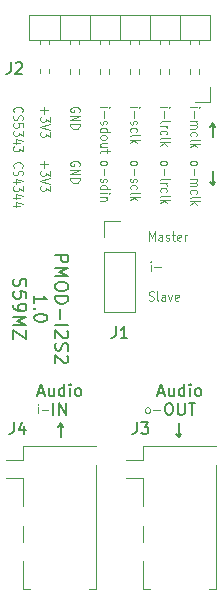
<source format=gto>
G04 #@! TF.GenerationSoftware,KiCad,Pcbnew,7.0.9-7.0.9~ubuntu20.04.1*
G04 #@! TF.CreationDate,2023-11-16T21:07:46+01:00*
G04 #@! TF.ProjectId,kicad-pmod_i2s2,6b696361-642d-4706-9d6f-645f69327332,1.0*
G04 #@! TF.SameCoordinates,Original*
G04 #@! TF.FileFunction,Legend,Top*
G04 #@! TF.FilePolarity,Positive*
%FSLAX46Y46*%
G04 Gerber Fmt 4.6, Leading zero omitted, Abs format (unit mm)*
G04 Created by KiCad (PCBNEW 7.0.9-7.0.9~ubuntu20.04.1) date 2023-11-16 21:07:46*
%MOMM*%
%LPD*%
G01*
G04 APERTURE LIST*
%ADD10C,0.100000*%
%ADD11C,0.170000*%
%ADD12C,0.150000*%
%ADD13C,0.120000*%
%ADD14C,1.500000*%
%ADD15R,2.500000X1.200000*%
%ADD16R,1.700000X1.700000*%
%ADD17O,1.700000X1.700000*%
G04 APERTURE END LIST*
D10*
X111725295Y-50035455D02*
X111687200Y-50002122D01*
X111687200Y-50002122D02*
X111649104Y-49902122D01*
X111649104Y-49902122D02*
X111649104Y-49835455D01*
X111649104Y-49835455D02*
X111687200Y-49735455D01*
X111687200Y-49735455D02*
X111763390Y-49668789D01*
X111763390Y-49668789D02*
X111839580Y-49635455D01*
X111839580Y-49635455D02*
X111991961Y-49602122D01*
X111991961Y-49602122D02*
X112106247Y-49602122D01*
X112106247Y-49602122D02*
X112258628Y-49635455D01*
X112258628Y-49635455D02*
X112334819Y-49668789D01*
X112334819Y-49668789D02*
X112411009Y-49735455D01*
X112411009Y-49735455D02*
X112449104Y-49835455D01*
X112449104Y-49835455D02*
X112449104Y-49902122D01*
X112449104Y-49902122D02*
X112411009Y-50002122D01*
X112411009Y-50002122D02*
X112372914Y-50035455D01*
X111687200Y-50302122D02*
X111649104Y-50402122D01*
X111649104Y-50402122D02*
X111649104Y-50568789D01*
X111649104Y-50568789D02*
X111687200Y-50635455D01*
X111687200Y-50635455D02*
X111725295Y-50668789D01*
X111725295Y-50668789D02*
X111801485Y-50702122D01*
X111801485Y-50702122D02*
X111877676Y-50702122D01*
X111877676Y-50702122D02*
X111953866Y-50668789D01*
X111953866Y-50668789D02*
X111991961Y-50635455D01*
X111991961Y-50635455D02*
X112030057Y-50568789D01*
X112030057Y-50568789D02*
X112068152Y-50435455D01*
X112068152Y-50435455D02*
X112106247Y-50368789D01*
X112106247Y-50368789D02*
X112144342Y-50335455D01*
X112144342Y-50335455D02*
X112220533Y-50302122D01*
X112220533Y-50302122D02*
X112296723Y-50302122D01*
X112296723Y-50302122D02*
X112372914Y-50335455D01*
X112372914Y-50335455D02*
X112411009Y-50368789D01*
X112411009Y-50368789D02*
X112449104Y-50435455D01*
X112449104Y-50435455D02*
X112449104Y-50602122D01*
X112449104Y-50602122D02*
X112411009Y-50702122D01*
X112182438Y-51302122D02*
X111649104Y-51302122D01*
X112487200Y-51135456D02*
X111915771Y-50968789D01*
X111915771Y-50968789D02*
X111915771Y-51402122D01*
X112449104Y-51602123D02*
X112449104Y-52035456D01*
X112449104Y-52035456D02*
X112144342Y-51802123D01*
X112144342Y-51802123D02*
X112144342Y-51902123D01*
X112144342Y-51902123D02*
X112106247Y-51968789D01*
X112106247Y-51968789D02*
X112068152Y-52002123D01*
X112068152Y-52002123D02*
X111991961Y-52035456D01*
X111991961Y-52035456D02*
X111801485Y-52035456D01*
X111801485Y-52035456D02*
X111725295Y-52002123D01*
X111725295Y-52002123D02*
X111687200Y-51968789D01*
X111687200Y-51968789D02*
X111649104Y-51902123D01*
X111649104Y-51902123D02*
X111649104Y-51702123D01*
X111649104Y-51702123D02*
X111687200Y-51635456D01*
X111687200Y-51635456D02*
X111725295Y-51602123D01*
X112182438Y-52635456D02*
X111649104Y-52635456D01*
X112487200Y-52468790D02*
X111915771Y-52302123D01*
X111915771Y-52302123D02*
X111915771Y-52735456D01*
X112182438Y-53302123D02*
X111649104Y-53302123D01*
X112487200Y-53135457D02*
X111915771Y-52968790D01*
X111915771Y-52968790D02*
X111915771Y-53402123D01*
X111725295Y-45336455D02*
X111687200Y-45303122D01*
X111687200Y-45303122D02*
X111649104Y-45203122D01*
X111649104Y-45203122D02*
X111649104Y-45136455D01*
X111649104Y-45136455D02*
X111687200Y-45036455D01*
X111687200Y-45036455D02*
X111763390Y-44969789D01*
X111763390Y-44969789D02*
X111839580Y-44936455D01*
X111839580Y-44936455D02*
X111991961Y-44903122D01*
X111991961Y-44903122D02*
X112106247Y-44903122D01*
X112106247Y-44903122D02*
X112258628Y-44936455D01*
X112258628Y-44936455D02*
X112334819Y-44969789D01*
X112334819Y-44969789D02*
X112411009Y-45036455D01*
X112411009Y-45036455D02*
X112449104Y-45136455D01*
X112449104Y-45136455D02*
X112449104Y-45203122D01*
X112449104Y-45203122D02*
X112411009Y-45303122D01*
X112411009Y-45303122D02*
X112372914Y-45336455D01*
X111687200Y-45603122D02*
X111649104Y-45703122D01*
X111649104Y-45703122D02*
X111649104Y-45869789D01*
X111649104Y-45869789D02*
X111687200Y-45936455D01*
X111687200Y-45936455D02*
X111725295Y-45969789D01*
X111725295Y-45969789D02*
X111801485Y-46003122D01*
X111801485Y-46003122D02*
X111877676Y-46003122D01*
X111877676Y-46003122D02*
X111953866Y-45969789D01*
X111953866Y-45969789D02*
X111991961Y-45936455D01*
X111991961Y-45936455D02*
X112030057Y-45869789D01*
X112030057Y-45869789D02*
X112068152Y-45736455D01*
X112068152Y-45736455D02*
X112106247Y-45669789D01*
X112106247Y-45669789D02*
X112144342Y-45636455D01*
X112144342Y-45636455D02*
X112220533Y-45603122D01*
X112220533Y-45603122D02*
X112296723Y-45603122D01*
X112296723Y-45603122D02*
X112372914Y-45636455D01*
X112372914Y-45636455D02*
X112411009Y-45669789D01*
X112411009Y-45669789D02*
X112449104Y-45736455D01*
X112449104Y-45736455D02*
X112449104Y-45903122D01*
X112449104Y-45903122D02*
X112411009Y-46003122D01*
X112449104Y-46636456D02*
X112449104Y-46303122D01*
X112449104Y-46303122D02*
X112068152Y-46269789D01*
X112068152Y-46269789D02*
X112106247Y-46303122D01*
X112106247Y-46303122D02*
X112144342Y-46369789D01*
X112144342Y-46369789D02*
X112144342Y-46536456D01*
X112144342Y-46536456D02*
X112106247Y-46603122D01*
X112106247Y-46603122D02*
X112068152Y-46636456D01*
X112068152Y-46636456D02*
X111991961Y-46669789D01*
X111991961Y-46669789D02*
X111801485Y-46669789D01*
X111801485Y-46669789D02*
X111725295Y-46636456D01*
X111725295Y-46636456D02*
X111687200Y-46603122D01*
X111687200Y-46603122D02*
X111649104Y-46536456D01*
X111649104Y-46536456D02*
X111649104Y-46369789D01*
X111649104Y-46369789D02*
X111687200Y-46303122D01*
X111687200Y-46303122D02*
X111725295Y-46269789D01*
X112449104Y-46903123D02*
X112449104Y-47336456D01*
X112449104Y-47336456D02*
X112144342Y-47103123D01*
X112144342Y-47103123D02*
X112144342Y-47203123D01*
X112144342Y-47203123D02*
X112106247Y-47269789D01*
X112106247Y-47269789D02*
X112068152Y-47303123D01*
X112068152Y-47303123D02*
X111991961Y-47336456D01*
X111991961Y-47336456D02*
X111801485Y-47336456D01*
X111801485Y-47336456D02*
X111725295Y-47303123D01*
X111725295Y-47303123D02*
X111687200Y-47269789D01*
X111687200Y-47269789D02*
X111649104Y-47203123D01*
X111649104Y-47203123D02*
X111649104Y-47003123D01*
X111649104Y-47003123D02*
X111687200Y-46936456D01*
X111687200Y-46936456D02*
X111725295Y-46903123D01*
X112182438Y-47936456D02*
X111649104Y-47936456D01*
X112487200Y-47769790D02*
X111915771Y-47603123D01*
X111915771Y-47603123D02*
X111915771Y-48036456D01*
X112449104Y-48236457D02*
X112449104Y-48669790D01*
X112449104Y-48669790D02*
X112144342Y-48436457D01*
X112144342Y-48436457D02*
X112144342Y-48536457D01*
X112144342Y-48536457D02*
X112106247Y-48603123D01*
X112106247Y-48603123D02*
X112068152Y-48636457D01*
X112068152Y-48636457D02*
X111991961Y-48669790D01*
X111991961Y-48669790D02*
X111801485Y-48669790D01*
X111801485Y-48669790D02*
X111725295Y-48636457D01*
X111725295Y-48636457D02*
X111687200Y-48603123D01*
X111687200Y-48603123D02*
X111649104Y-48536457D01*
X111649104Y-48536457D02*
X111649104Y-48336457D01*
X111649104Y-48336457D02*
X111687200Y-48269790D01*
X111687200Y-48269790D02*
X111725295Y-48236457D01*
X123264666Y-58784895D02*
X123264666Y-58251561D01*
X123264666Y-57984895D02*
X123231333Y-58022990D01*
X123231333Y-58022990D02*
X123264666Y-58061085D01*
X123264666Y-58061085D02*
X123298000Y-58022990D01*
X123298000Y-58022990D02*
X123264666Y-57984895D01*
X123264666Y-57984895D02*
X123264666Y-58061085D01*
X123597999Y-58480133D02*
X124131333Y-58480133D01*
D11*
X115191459Y-57418856D02*
X116291459Y-57418856D01*
X116291459Y-57418856D02*
X116291459Y-57837904D01*
X116291459Y-57837904D02*
X116239078Y-57942666D01*
X116239078Y-57942666D02*
X116186697Y-57995047D01*
X116186697Y-57995047D02*
X116081935Y-58047428D01*
X116081935Y-58047428D02*
X115924792Y-58047428D01*
X115924792Y-58047428D02*
X115820030Y-57995047D01*
X115820030Y-57995047D02*
X115767649Y-57942666D01*
X115767649Y-57942666D02*
X115715268Y-57837904D01*
X115715268Y-57837904D02*
X115715268Y-57418856D01*
X115191459Y-58518856D02*
X116291459Y-58518856D01*
X116291459Y-58518856D02*
X115505744Y-58885523D01*
X115505744Y-58885523D02*
X116291459Y-59252190D01*
X116291459Y-59252190D02*
X115191459Y-59252190D01*
X116291459Y-59985523D02*
X116291459Y-60195047D01*
X116291459Y-60195047D02*
X116239078Y-60299809D01*
X116239078Y-60299809D02*
X116134316Y-60404571D01*
X116134316Y-60404571D02*
X115924792Y-60456952D01*
X115924792Y-60456952D02*
X115558125Y-60456952D01*
X115558125Y-60456952D02*
X115348601Y-60404571D01*
X115348601Y-60404571D02*
X115243840Y-60299809D01*
X115243840Y-60299809D02*
X115191459Y-60195047D01*
X115191459Y-60195047D02*
X115191459Y-59985523D01*
X115191459Y-59985523D02*
X115243840Y-59880761D01*
X115243840Y-59880761D02*
X115348601Y-59775999D01*
X115348601Y-59775999D02*
X115558125Y-59723618D01*
X115558125Y-59723618D02*
X115924792Y-59723618D01*
X115924792Y-59723618D02*
X116134316Y-59775999D01*
X116134316Y-59775999D02*
X116239078Y-59880761D01*
X116239078Y-59880761D02*
X116291459Y-59985523D01*
X115191459Y-60928380D02*
X116291459Y-60928380D01*
X116291459Y-60928380D02*
X116291459Y-61190285D01*
X116291459Y-61190285D02*
X116239078Y-61347428D01*
X116239078Y-61347428D02*
X116134316Y-61452190D01*
X116134316Y-61452190D02*
X116029554Y-61504571D01*
X116029554Y-61504571D02*
X115820030Y-61556952D01*
X115820030Y-61556952D02*
X115662887Y-61556952D01*
X115662887Y-61556952D02*
X115453363Y-61504571D01*
X115453363Y-61504571D02*
X115348601Y-61452190D01*
X115348601Y-61452190D02*
X115243840Y-61347428D01*
X115243840Y-61347428D02*
X115191459Y-61190285D01*
X115191459Y-61190285D02*
X115191459Y-60928380D01*
X115610506Y-62028380D02*
X115610506Y-62866476D01*
X115191459Y-63390285D02*
X116291459Y-63390285D01*
X116186697Y-63861714D02*
X116239078Y-63914095D01*
X116239078Y-63914095D02*
X116291459Y-64018857D01*
X116291459Y-64018857D02*
X116291459Y-64280762D01*
X116291459Y-64280762D02*
X116239078Y-64385524D01*
X116239078Y-64385524D02*
X116186697Y-64437905D01*
X116186697Y-64437905D02*
X116081935Y-64490286D01*
X116081935Y-64490286D02*
X115977173Y-64490286D01*
X115977173Y-64490286D02*
X115820030Y-64437905D01*
X115820030Y-64437905D02*
X115191459Y-63809333D01*
X115191459Y-63809333D02*
X115191459Y-64490286D01*
X115243840Y-64909333D02*
X115191459Y-65066476D01*
X115191459Y-65066476D02*
X115191459Y-65328381D01*
X115191459Y-65328381D02*
X115243840Y-65433143D01*
X115243840Y-65433143D02*
X115296220Y-65485524D01*
X115296220Y-65485524D02*
X115400982Y-65537905D01*
X115400982Y-65537905D02*
X115505744Y-65537905D01*
X115505744Y-65537905D02*
X115610506Y-65485524D01*
X115610506Y-65485524D02*
X115662887Y-65433143D01*
X115662887Y-65433143D02*
X115715268Y-65328381D01*
X115715268Y-65328381D02*
X115767649Y-65118857D01*
X115767649Y-65118857D02*
X115820030Y-65014095D01*
X115820030Y-65014095D02*
X115872411Y-64961714D01*
X115872411Y-64961714D02*
X115977173Y-64909333D01*
X115977173Y-64909333D02*
X116081935Y-64909333D01*
X116081935Y-64909333D02*
X116186697Y-64961714D01*
X116186697Y-64961714D02*
X116239078Y-65014095D01*
X116239078Y-65014095D02*
X116291459Y-65118857D01*
X116291459Y-65118857D02*
X116291459Y-65380762D01*
X116291459Y-65380762D02*
X116239078Y-65537905D01*
X116186697Y-65956952D02*
X116239078Y-66009333D01*
X116239078Y-66009333D02*
X116291459Y-66114095D01*
X116291459Y-66114095D02*
X116291459Y-66376000D01*
X116291459Y-66376000D02*
X116239078Y-66480762D01*
X116239078Y-66480762D02*
X116186697Y-66533143D01*
X116186697Y-66533143D02*
X116081935Y-66585524D01*
X116081935Y-66585524D02*
X115977173Y-66585524D01*
X115977173Y-66585524D02*
X115820030Y-66533143D01*
X115820030Y-66533143D02*
X115191459Y-65904571D01*
X115191459Y-65904571D02*
X115191459Y-66585524D01*
X113420459Y-61504571D02*
X113420459Y-60875999D01*
X113420459Y-61190285D02*
X114520459Y-61190285D01*
X114520459Y-61190285D02*
X114363316Y-61085523D01*
X114363316Y-61085523D02*
X114258554Y-60980761D01*
X114258554Y-60980761D02*
X114206173Y-60875999D01*
X113525220Y-61975999D02*
X113472840Y-62028380D01*
X113472840Y-62028380D02*
X113420459Y-61975999D01*
X113420459Y-61975999D02*
X113472840Y-61923618D01*
X113472840Y-61923618D02*
X113525220Y-61975999D01*
X113525220Y-61975999D02*
X113420459Y-61975999D01*
X114520459Y-62709333D02*
X114520459Y-62814095D01*
X114520459Y-62814095D02*
X114468078Y-62918857D01*
X114468078Y-62918857D02*
X114415697Y-62971238D01*
X114415697Y-62971238D02*
X114310935Y-63023619D01*
X114310935Y-63023619D02*
X114101411Y-63076000D01*
X114101411Y-63076000D02*
X113839506Y-63076000D01*
X113839506Y-63076000D02*
X113629982Y-63023619D01*
X113629982Y-63023619D02*
X113525220Y-62971238D01*
X113525220Y-62971238D02*
X113472840Y-62918857D01*
X113472840Y-62918857D02*
X113420459Y-62814095D01*
X113420459Y-62814095D02*
X113420459Y-62709333D01*
X113420459Y-62709333D02*
X113472840Y-62604571D01*
X113472840Y-62604571D02*
X113525220Y-62552190D01*
X113525220Y-62552190D02*
X113629982Y-62499809D01*
X113629982Y-62499809D02*
X113839506Y-62447428D01*
X113839506Y-62447428D02*
X114101411Y-62447428D01*
X114101411Y-62447428D02*
X114310935Y-62499809D01*
X114310935Y-62499809D02*
X114415697Y-62552190D01*
X114415697Y-62552190D02*
X114468078Y-62604571D01*
X114468078Y-62604571D02*
X114520459Y-62709333D01*
X111701840Y-59461714D02*
X111649459Y-59618857D01*
X111649459Y-59618857D02*
X111649459Y-59880762D01*
X111649459Y-59880762D02*
X111701840Y-59985524D01*
X111701840Y-59985524D02*
X111754220Y-60037905D01*
X111754220Y-60037905D02*
X111858982Y-60090286D01*
X111858982Y-60090286D02*
X111963744Y-60090286D01*
X111963744Y-60090286D02*
X112068506Y-60037905D01*
X112068506Y-60037905D02*
X112120887Y-59985524D01*
X112120887Y-59985524D02*
X112173268Y-59880762D01*
X112173268Y-59880762D02*
X112225649Y-59671238D01*
X112225649Y-59671238D02*
X112278030Y-59566476D01*
X112278030Y-59566476D02*
X112330411Y-59514095D01*
X112330411Y-59514095D02*
X112435173Y-59461714D01*
X112435173Y-59461714D02*
X112539935Y-59461714D01*
X112539935Y-59461714D02*
X112644697Y-59514095D01*
X112644697Y-59514095D02*
X112697078Y-59566476D01*
X112697078Y-59566476D02*
X112749459Y-59671238D01*
X112749459Y-59671238D02*
X112749459Y-59933143D01*
X112749459Y-59933143D02*
X112697078Y-60090286D01*
X112749459Y-61085524D02*
X112749459Y-60561714D01*
X112749459Y-60561714D02*
X112225649Y-60509333D01*
X112225649Y-60509333D02*
X112278030Y-60561714D01*
X112278030Y-60561714D02*
X112330411Y-60666476D01*
X112330411Y-60666476D02*
X112330411Y-60928381D01*
X112330411Y-60928381D02*
X112278030Y-61033143D01*
X112278030Y-61033143D02*
X112225649Y-61085524D01*
X112225649Y-61085524D02*
X112120887Y-61137905D01*
X112120887Y-61137905D02*
X111858982Y-61137905D01*
X111858982Y-61137905D02*
X111754220Y-61085524D01*
X111754220Y-61085524D02*
X111701840Y-61033143D01*
X111701840Y-61033143D02*
X111649459Y-60928381D01*
X111649459Y-60928381D02*
X111649459Y-60666476D01*
X111649459Y-60666476D02*
X111701840Y-60561714D01*
X111701840Y-60561714D02*
X111754220Y-60509333D01*
X111649459Y-61661714D02*
X111649459Y-61871238D01*
X111649459Y-61871238D02*
X111701840Y-61976000D01*
X111701840Y-61976000D02*
X111754220Y-62028381D01*
X111754220Y-62028381D02*
X111911363Y-62133143D01*
X111911363Y-62133143D02*
X112120887Y-62185524D01*
X112120887Y-62185524D02*
X112539935Y-62185524D01*
X112539935Y-62185524D02*
X112644697Y-62133143D01*
X112644697Y-62133143D02*
X112697078Y-62080762D01*
X112697078Y-62080762D02*
X112749459Y-61976000D01*
X112749459Y-61976000D02*
X112749459Y-61766476D01*
X112749459Y-61766476D02*
X112697078Y-61661714D01*
X112697078Y-61661714D02*
X112644697Y-61609333D01*
X112644697Y-61609333D02*
X112539935Y-61556952D01*
X112539935Y-61556952D02*
X112278030Y-61556952D01*
X112278030Y-61556952D02*
X112173268Y-61609333D01*
X112173268Y-61609333D02*
X112120887Y-61661714D01*
X112120887Y-61661714D02*
X112068506Y-61766476D01*
X112068506Y-61766476D02*
X112068506Y-61976000D01*
X112068506Y-61976000D02*
X112120887Y-62080762D01*
X112120887Y-62080762D02*
X112173268Y-62133143D01*
X112173268Y-62133143D02*
X112278030Y-62185524D01*
X111649459Y-62656952D02*
X112749459Y-62656952D01*
X112749459Y-62656952D02*
X111963744Y-63023619D01*
X111963744Y-63023619D02*
X112749459Y-63390286D01*
X112749459Y-63390286D02*
X111649459Y-63390286D01*
X112749459Y-63809333D02*
X112749459Y-64542667D01*
X112749459Y-64542667D02*
X111649459Y-63809333D01*
X111649459Y-63809333D02*
X111649459Y-64542667D01*
D10*
X122960666Y-70849895D02*
X122894000Y-70811800D01*
X122894000Y-70811800D02*
X122860666Y-70773704D01*
X122860666Y-70773704D02*
X122827333Y-70697514D01*
X122827333Y-70697514D02*
X122827333Y-70468942D01*
X122827333Y-70468942D02*
X122860666Y-70392752D01*
X122860666Y-70392752D02*
X122894000Y-70354657D01*
X122894000Y-70354657D02*
X122960666Y-70316561D01*
X122960666Y-70316561D02*
X123060666Y-70316561D01*
X123060666Y-70316561D02*
X123127333Y-70354657D01*
X123127333Y-70354657D02*
X123160666Y-70392752D01*
X123160666Y-70392752D02*
X123194000Y-70468942D01*
X123194000Y-70468942D02*
X123194000Y-70697514D01*
X123194000Y-70697514D02*
X123160666Y-70773704D01*
X123160666Y-70773704D02*
X123127333Y-70811800D01*
X123127333Y-70811800D02*
X123060666Y-70849895D01*
X123060666Y-70849895D02*
X122960666Y-70849895D01*
X123493999Y-70545133D02*
X124027333Y-70545133D01*
X113739666Y-70849895D02*
X113739666Y-70316561D01*
X113739666Y-70049895D02*
X113706333Y-70087990D01*
X113706333Y-70087990D02*
X113739666Y-70126085D01*
X113739666Y-70126085D02*
X113773000Y-70087990D01*
X113773000Y-70087990D02*
X113739666Y-70049895D01*
X113739666Y-70049895D02*
X113739666Y-70126085D01*
X114072999Y-70545133D02*
X114606333Y-70545133D01*
D12*
X128524000Y-47422128D02*
X128524000Y-46279271D01*
X128295428Y-46564985D02*
X128524000Y-46279271D01*
X128524000Y-46279271D02*
X128752571Y-46564985D01*
X128523999Y-50367871D02*
X128523999Y-51510728D01*
X128752571Y-51225014D02*
X128523999Y-51510728D01*
X128523999Y-51510728D02*
X128295428Y-51225014D01*
X125650458Y-71703871D02*
X125650458Y-72846728D01*
X125879030Y-72561014D02*
X125650458Y-72846728D01*
X125650458Y-72846728D02*
X125421887Y-72561014D01*
X115649541Y-72822128D02*
X115649541Y-71679271D01*
X115420969Y-71964985D02*
X115649541Y-71679271D01*
X115649541Y-71679271D02*
X115878112Y-71964985D01*
D10*
X123135122Y-61286800D02*
X123235122Y-61324895D01*
X123235122Y-61324895D02*
X123401789Y-61324895D01*
X123401789Y-61324895D02*
X123468455Y-61286800D01*
X123468455Y-61286800D02*
X123501789Y-61248704D01*
X123501789Y-61248704D02*
X123535122Y-61172514D01*
X123535122Y-61172514D02*
X123535122Y-61096323D01*
X123535122Y-61096323D02*
X123501789Y-61020133D01*
X123501789Y-61020133D02*
X123468455Y-60982038D01*
X123468455Y-60982038D02*
X123401789Y-60943942D01*
X123401789Y-60943942D02*
X123268455Y-60905847D01*
X123268455Y-60905847D02*
X123201789Y-60867752D01*
X123201789Y-60867752D02*
X123168455Y-60829657D01*
X123168455Y-60829657D02*
X123135122Y-60753466D01*
X123135122Y-60753466D02*
X123135122Y-60677276D01*
X123135122Y-60677276D02*
X123168455Y-60601085D01*
X123168455Y-60601085D02*
X123201789Y-60562990D01*
X123201789Y-60562990D02*
X123268455Y-60524895D01*
X123268455Y-60524895D02*
X123435122Y-60524895D01*
X123435122Y-60524895D02*
X123535122Y-60562990D01*
X123935122Y-61324895D02*
X123868456Y-61286800D01*
X123868456Y-61286800D02*
X123835122Y-61210609D01*
X123835122Y-61210609D02*
X123835122Y-60524895D01*
X124501789Y-61324895D02*
X124501789Y-60905847D01*
X124501789Y-60905847D02*
X124468456Y-60829657D01*
X124468456Y-60829657D02*
X124401789Y-60791561D01*
X124401789Y-60791561D02*
X124268456Y-60791561D01*
X124268456Y-60791561D02*
X124201789Y-60829657D01*
X124501789Y-61286800D02*
X124435123Y-61324895D01*
X124435123Y-61324895D02*
X124268456Y-61324895D01*
X124268456Y-61324895D02*
X124201789Y-61286800D01*
X124201789Y-61286800D02*
X124168456Y-61210609D01*
X124168456Y-61210609D02*
X124168456Y-61134419D01*
X124168456Y-61134419D02*
X124201789Y-61058228D01*
X124201789Y-61058228D02*
X124268456Y-61020133D01*
X124268456Y-61020133D02*
X124435123Y-61020133D01*
X124435123Y-61020133D02*
X124501789Y-60982038D01*
X124768456Y-60791561D02*
X124935122Y-61324895D01*
X124935122Y-61324895D02*
X125101789Y-60791561D01*
X125635122Y-61286800D02*
X125568455Y-61324895D01*
X125568455Y-61324895D02*
X125435122Y-61324895D01*
X125435122Y-61324895D02*
X125368455Y-61286800D01*
X125368455Y-61286800D02*
X125335122Y-61210609D01*
X125335122Y-61210609D02*
X125335122Y-60905847D01*
X125335122Y-60905847D02*
X125368455Y-60829657D01*
X125368455Y-60829657D02*
X125435122Y-60791561D01*
X125435122Y-60791561D02*
X125568455Y-60791561D01*
X125568455Y-60791561D02*
X125635122Y-60829657D01*
X125635122Y-60829657D02*
X125668455Y-60905847D01*
X125668455Y-60905847D02*
X125668455Y-60982038D01*
X125668455Y-60982038D02*
X125335122Y-61058228D01*
X123168455Y-56244895D02*
X123168455Y-55444895D01*
X123168455Y-55444895D02*
X123401789Y-56016323D01*
X123401789Y-56016323D02*
X123635122Y-55444895D01*
X123635122Y-55444895D02*
X123635122Y-56244895D01*
X124268455Y-56244895D02*
X124268455Y-55825847D01*
X124268455Y-55825847D02*
X124235122Y-55749657D01*
X124235122Y-55749657D02*
X124168455Y-55711561D01*
X124168455Y-55711561D02*
X124035122Y-55711561D01*
X124035122Y-55711561D02*
X123968455Y-55749657D01*
X124268455Y-56206800D02*
X124201789Y-56244895D01*
X124201789Y-56244895D02*
X124035122Y-56244895D01*
X124035122Y-56244895D02*
X123968455Y-56206800D01*
X123968455Y-56206800D02*
X123935122Y-56130609D01*
X123935122Y-56130609D02*
X123935122Y-56054419D01*
X123935122Y-56054419D02*
X123968455Y-55978228D01*
X123968455Y-55978228D02*
X124035122Y-55940133D01*
X124035122Y-55940133D02*
X124201789Y-55940133D01*
X124201789Y-55940133D02*
X124268455Y-55902038D01*
X124568455Y-56206800D02*
X124635122Y-56244895D01*
X124635122Y-56244895D02*
X124768455Y-56244895D01*
X124768455Y-56244895D02*
X124835122Y-56206800D01*
X124835122Y-56206800D02*
X124868455Y-56130609D01*
X124868455Y-56130609D02*
X124868455Y-56092514D01*
X124868455Y-56092514D02*
X124835122Y-56016323D01*
X124835122Y-56016323D02*
X124768455Y-55978228D01*
X124768455Y-55978228D02*
X124668455Y-55978228D01*
X124668455Y-55978228D02*
X124601788Y-55940133D01*
X124601788Y-55940133D02*
X124568455Y-55863942D01*
X124568455Y-55863942D02*
X124568455Y-55825847D01*
X124568455Y-55825847D02*
X124601788Y-55749657D01*
X124601788Y-55749657D02*
X124668455Y-55711561D01*
X124668455Y-55711561D02*
X124768455Y-55711561D01*
X124768455Y-55711561D02*
X124835122Y-55749657D01*
X125068455Y-55711561D02*
X125335122Y-55711561D01*
X125168455Y-55444895D02*
X125168455Y-56130609D01*
X125168455Y-56130609D02*
X125201789Y-56206800D01*
X125201789Y-56206800D02*
X125268455Y-56244895D01*
X125268455Y-56244895D02*
X125335122Y-56244895D01*
X125835122Y-56206800D02*
X125768455Y-56244895D01*
X125768455Y-56244895D02*
X125635122Y-56244895D01*
X125635122Y-56244895D02*
X125568455Y-56206800D01*
X125568455Y-56206800D02*
X125535122Y-56130609D01*
X125535122Y-56130609D02*
X125535122Y-55825847D01*
X125535122Y-55825847D02*
X125568455Y-55749657D01*
X125568455Y-55749657D02*
X125635122Y-55711561D01*
X125635122Y-55711561D02*
X125768455Y-55711561D01*
X125768455Y-55711561D02*
X125835122Y-55749657D01*
X125835122Y-55749657D02*
X125868455Y-55825847D01*
X125868455Y-55825847D02*
X125868455Y-55902038D01*
X125868455Y-55902038D02*
X125535122Y-55978228D01*
X126168455Y-56244895D02*
X126168455Y-55711561D01*
X126168455Y-55863942D02*
X126201789Y-55787752D01*
X126201789Y-55787752D02*
X126235122Y-55749657D01*
X126235122Y-55749657D02*
X126301789Y-55711561D01*
X126301789Y-55711561D02*
X126368455Y-55711561D01*
X114239866Y-49508455D02*
X114239866Y-50041789D01*
X113935104Y-49775122D02*
X114544628Y-49775122D01*
X114735104Y-50308456D02*
X114735104Y-50741789D01*
X114735104Y-50741789D02*
X114430342Y-50508456D01*
X114430342Y-50508456D02*
X114430342Y-50608456D01*
X114430342Y-50608456D02*
X114392247Y-50675122D01*
X114392247Y-50675122D02*
X114354152Y-50708456D01*
X114354152Y-50708456D02*
X114277961Y-50741789D01*
X114277961Y-50741789D02*
X114087485Y-50741789D01*
X114087485Y-50741789D02*
X114011295Y-50708456D01*
X114011295Y-50708456D02*
X113973200Y-50675122D01*
X113973200Y-50675122D02*
X113935104Y-50608456D01*
X113935104Y-50608456D02*
X113935104Y-50408456D01*
X113935104Y-50408456D02*
X113973200Y-50341789D01*
X113973200Y-50341789D02*
X114011295Y-50308456D01*
X114735104Y-50941789D02*
X113935104Y-51175123D01*
X113935104Y-51175123D02*
X114735104Y-51408456D01*
X114735104Y-51575123D02*
X114735104Y-52008456D01*
X114735104Y-52008456D02*
X114430342Y-51775123D01*
X114430342Y-51775123D02*
X114430342Y-51875123D01*
X114430342Y-51875123D02*
X114392247Y-51941789D01*
X114392247Y-51941789D02*
X114354152Y-51975123D01*
X114354152Y-51975123D02*
X114277961Y-52008456D01*
X114277961Y-52008456D02*
X114087485Y-52008456D01*
X114087485Y-52008456D02*
X114011295Y-51975123D01*
X114011295Y-51975123D02*
X113973200Y-51941789D01*
X113973200Y-51941789D02*
X113935104Y-51875123D01*
X113935104Y-51875123D02*
X113935104Y-51675123D01*
X113935104Y-51675123D02*
X113973200Y-51608456D01*
X113973200Y-51608456D02*
X114011295Y-51575123D01*
X117237009Y-49875122D02*
X117275104Y-49808455D01*
X117275104Y-49808455D02*
X117275104Y-49708455D01*
X117275104Y-49708455D02*
X117237009Y-49608455D01*
X117237009Y-49608455D02*
X117160819Y-49541789D01*
X117160819Y-49541789D02*
X117084628Y-49508455D01*
X117084628Y-49508455D02*
X116932247Y-49475122D01*
X116932247Y-49475122D02*
X116817961Y-49475122D01*
X116817961Y-49475122D02*
X116665580Y-49508455D01*
X116665580Y-49508455D02*
X116589390Y-49541789D01*
X116589390Y-49541789D02*
X116513200Y-49608455D01*
X116513200Y-49608455D02*
X116475104Y-49708455D01*
X116475104Y-49708455D02*
X116475104Y-49775122D01*
X116475104Y-49775122D02*
X116513200Y-49875122D01*
X116513200Y-49875122D02*
X116551295Y-49908455D01*
X116551295Y-49908455D02*
X116817961Y-49908455D01*
X116817961Y-49908455D02*
X116817961Y-49775122D01*
X116475104Y-50208455D02*
X117275104Y-50208455D01*
X117275104Y-50208455D02*
X116475104Y-50608455D01*
X116475104Y-50608455D02*
X117275104Y-50608455D01*
X116475104Y-50941788D02*
X117275104Y-50941788D01*
X117275104Y-50941788D02*
X117275104Y-51108455D01*
X117275104Y-51108455D02*
X117237009Y-51208455D01*
X117237009Y-51208455D02*
X117160819Y-51275122D01*
X117160819Y-51275122D02*
X117084628Y-51308455D01*
X117084628Y-51308455D02*
X116932247Y-51341788D01*
X116932247Y-51341788D02*
X116817961Y-51341788D01*
X116817961Y-51341788D02*
X116665580Y-51308455D01*
X116665580Y-51308455D02*
X116589390Y-51275122D01*
X116589390Y-51275122D02*
X116513200Y-51208455D01*
X116513200Y-51208455D02*
X116475104Y-51108455D01*
X116475104Y-51108455D02*
X116475104Y-50941788D01*
X119015104Y-49608455D02*
X119053200Y-49541789D01*
X119053200Y-49541789D02*
X119091295Y-49508455D01*
X119091295Y-49508455D02*
X119167485Y-49475122D01*
X119167485Y-49475122D02*
X119396057Y-49475122D01*
X119396057Y-49475122D02*
X119472247Y-49508455D01*
X119472247Y-49508455D02*
X119510342Y-49541789D01*
X119510342Y-49541789D02*
X119548438Y-49608455D01*
X119548438Y-49608455D02*
X119548438Y-49708455D01*
X119548438Y-49708455D02*
X119510342Y-49775122D01*
X119510342Y-49775122D02*
X119472247Y-49808455D01*
X119472247Y-49808455D02*
X119396057Y-49841789D01*
X119396057Y-49841789D02*
X119167485Y-49841789D01*
X119167485Y-49841789D02*
X119091295Y-49808455D01*
X119091295Y-49808455D02*
X119053200Y-49775122D01*
X119053200Y-49775122D02*
X119015104Y-49708455D01*
X119015104Y-49708455D02*
X119015104Y-49608455D01*
X119319866Y-50141788D02*
X119319866Y-50675122D01*
X119053200Y-50975122D02*
X119015104Y-51041789D01*
X119015104Y-51041789D02*
X119015104Y-51175122D01*
X119015104Y-51175122D02*
X119053200Y-51241789D01*
X119053200Y-51241789D02*
X119129390Y-51275122D01*
X119129390Y-51275122D02*
X119167485Y-51275122D01*
X119167485Y-51275122D02*
X119243676Y-51241789D01*
X119243676Y-51241789D02*
X119281771Y-51175122D01*
X119281771Y-51175122D02*
X119281771Y-51075122D01*
X119281771Y-51075122D02*
X119319866Y-51008455D01*
X119319866Y-51008455D02*
X119396057Y-50975122D01*
X119396057Y-50975122D02*
X119434152Y-50975122D01*
X119434152Y-50975122D02*
X119510342Y-51008455D01*
X119510342Y-51008455D02*
X119548438Y-51075122D01*
X119548438Y-51075122D02*
X119548438Y-51175122D01*
X119548438Y-51175122D02*
X119510342Y-51241789D01*
X119015104Y-51875122D02*
X119815104Y-51875122D01*
X119053200Y-51875122D02*
X119015104Y-51808456D01*
X119015104Y-51808456D02*
X119015104Y-51675122D01*
X119015104Y-51675122D02*
X119053200Y-51608456D01*
X119053200Y-51608456D02*
X119091295Y-51575122D01*
X119091295Y-51575122D02*
X119167485Y-51541789D01*
X119167485Y-51541789D02*
X119396057Y-51541789D01*
X119396057Y-51541789D02*
X119472247Y-51575122D01*
X119472247Y-51575122D02*
X119510342Y-51608456D01*
X119510342Y-51608456D02*
X119548438Y-51675122D01*
X119548438Y-51675122D02*
X119548438Y-51808456D01*
X119548438Y-51808456D02*
X119510342Y-51875122D01*
X119015104Y-52208455D02*
X119548438Y-52208455D01*
X119815104Y-52208455D02*
X119777009Y-52175122D01*
X119777009Y-52175122D02*
X119738914Y-52208455D01*
X119738914Y-52208455D02*
X119777009Y-52241789D01*
X119777009Y-52241789D02*
X119815104Y-52208455D01*
X119815104Y-52208455D02*
X119738914Y-52208455D01*
X119548438Y-52541788D02*
X119015104Y-52541788D01*
X119472247Y-52541788D02*
X119510342Y-52575122D01*
X119510342Y-52575122D02*
X119548438Y-52641788D01*
X119548438Y-52641788D02*
X119548438Y-52741788D01*
X119548438Y-52741788D02*
X119510342Y-52808455D01*
X119510342Y-52808455D02*
X119434152Y-52841788D01*
X119434152Y-52841788D02*
X119015104Y-52841788D01*
X121555104Y-49608455D02*
X121593200Y-49541789D01*
X121593200Y-49541789D02*
X121631295Y-49508455D01*
X121631295Y-49508455D02*
X121707485Y-49475122D01*
X121707485Y-49475122D02*
X121936057Y-49475122D01*
X121936057Y-49475122D02*
X122012247Y-49508455D01*
X122012247Y-49508455D02*
X122050342Y-49541789D01*
X122050342Y-49541789D02*
X122088438Y-49608455D01*
X122088438Y-49608455D02*
X122088438Y-49708455D01*
X122088438Y-49708455D02*
X122050342Y-49775122D01*
X122050342Y-49775122D02*
X122012247Y-49808455D01*
X122012247Y-49808455D02*
X121936057Y-49841789D01*
X121936057Y-49841789D02*
X121707485Y-49841789D01*
X121707485Y-49841789D02*
X121631295Y-49808455D01*
X121631295Y-49808455D02*
X121593200Y-49775122D01*
X121593200Y-49775122D02*
X121555104Y-49708455D01*
X121555104Y-49708455D02*
X121555104Y-49608455D01*
X121859866Y-50141788D02*
X121859866Y-50675122D01*
X121593200Y-50975122D02*
X121555104Y-51041789D01*
X121555104Y-51041789D02*
X121555104Y-51175122D01*
X121555104Y-51175122D02*
X121593200Y-51241789D01*
X121593200Y-51241789D02*
X121669390Y-51275122D01*
X121669390Y-51275122D02*
X121707485Y-51275122D01*
X121707485Y-51275122D02*
X121783676Y-51241789D01*
X121783676Y-51241789D02*
X121821771Y-51175122D01*
X121821771Y-51175122D02*
X121821771Y-51075122D01*
X121821771Y-51075122D02*
X121859866Y-51008455D01*
X121859866Y-51008455D02*
X121936057Y-50975122D01*
X121936057Y-50975122D02*
X121974152Y-50975122D01*
X121974152Y-50975122D02*
X122050342Y-51008455D01*
X122050342Y-51008455D02*
X122088438Y-51075122D01*
X122088438Y-51075122D02*
X122088438Y-51175122D01*
X122088438Y-51175122D02*
X122050342Y-51241789D01*
X121593200Y-51875122D02*
X121555104Y-51808456D01*
X121555104Y-51808456D02*
X121555104Y-51675122D01*
X121555104Y-51675122D02*
X121593200Y-51608456D01*
X121593200Y-51608456D02*
X121631295Y-51575122D01*
X121631295Y-51575122D02*
X121707485Y-51541789D01*
X121707485Y-51541789D02*
X121936057Y-51541789D01*
X121936057Y-51541789D02*
X122012247Y-51575122D01*
X122012247Y-51575122D02*
X122050342Y-51608456D01*
X122050342Y-51608456D02*
X122088438Y-51675122D01*
X122088438Y-51675122D02*
X122088438Y-51808456D01*
X122088438Y-51808456D02*
X122050342Y-51875122D01*
X121555104Y-52275122D02*
X121593200Y-52208456D01*
X121593200Y-52208456D02*
X121669390Y-52175122D01*
X121669390Y-52175122D02*
X122355104Y-52175122D01*
X121555104Y-52541789D02*
X122355104Y-52541789D01*
X121859866Y-52608456D02*
X121555104Y-52808456D01*
X122088438Y-52808456D02*
X121783676Y-52541789D01*
X124095104Y-49608455D02*
X124133200Y-49541789D01*
X124133200Y-49541789D02*
X124171295Y-49508455D01*
X124171295Y-49508455D02*
X124247485Y-49475122D01*
X124247485Y-49475122D02*
X124476057Y-49475122D01*
X124476057Y-49475122D02*
X124552247Y-49508455D01*
X124552247Y-49508455D02*
X124590342Y-49541789D01*
X124590342Y-49541789D02*
X124628438Y-49608455D01*
X124628438Y-49608455D02*
X124628438Y-49708455D01*
X124628438Y-49708455D02*
X124590342Y-49775122D01*
X124590342Y-49775122D02*
X124552247Y-49808455D01*
X124552247Y-49808455D02*
X124476057Y-49841789D01*
X124476057Y-49841789D02*
X124247485Y-49841789D01*
X124247485Y-49841789D02*
X124171295Y-49808455D01*
X124171295Y-49808455D02*
X124133200Y-49775122D01*
X124133200Y-49775122D02*
X124095104Y-49708455D01*
X124095104Y-49708455D02*
X124095104Y-49608455D01*
X124399866Y-50141788D02*
X124399866Y-50675122D01*
X124095104Y-51108455D02*
X124133200Y-51041789D01*
X124133200Y-51041789D02*
X124209390Y-51008455D01*
X124209390Y-51008455D02*
X124895104Y-51008455D01*
X124095104Y-51375122D02*
X124628438Y-51375122D01*
X124476057Y-51375122D02*
X124552247Y-51408456D01*
X124552247Y-51408456D02*
X124590342Y-51441789D01*
X124590342Y-51441789D02*
X124628438Y-51508456D01*
X124628438Y-51508456D02*
X124628438Y-51575122D01*
X124133200Y-52108455D02*
X124095104Y-52041789D01*
X124095104Y-52041789D02*
X124095104Y-51908455D01*
X124095104Y-51908455D02*
X124133200Y-51841789D01*
X124133200Y-51841789D02*
X124171295Y-51808455D01*
X124171295Y-51808455D02*
X124247485Y-51775122D01*
X124247485Y-51775122D02*
X124476057Y-51775122D01*
X124476057Y-51775122D02*
X124552247Y-51808455D01*
X124552247Y-51808455D02*
X124590342Y-51841789D01*
X124590342Y-51841789D02*
X124628438Y-51908455D01*
X124628438Y-51908455D02*
X124628438Y-52041789D01*
X124628438Y-52041789D02*
X124590342Y-52108455D01*
X124095104Y-52508455D02*
X124133200Y-52441789D01*
X124133200Y-52441789D02*
X124209390Y-52408455D01*
X124209390Y-52408455D02*
X124895104Y-52408455D01*
X124095104Y-52775122D02*
X124895104Y-52775122D01*
X124399866Y-52841789D02*
X124095104Y-53041789D01*
X124628438Y-53041789D02*
X124323676Y-52775122D01*
X114239866Y-44936455D02*
X114239866Y-45469789D01*
X113935104Y-45203122D02*
X114544628Y-45203122D01*
X114735104Y-45736456D02*
X114735104Y-46169789D01*
X114735104Y-46169789D02*
X114430342Y-45936456D01*
X114430342Y-45936456D02*
X114430342Y-46036456D01*
X114430342Y-46036456D02*
X114392247Y-46103122D01*
X114392247Y-46103122D02*
X114354152Y-46136456D01*
X114354152Y-46136456D02*
X114277961Y-46169789D01*
X114277961Y-46169789D02*
X114087485Y-46169789D01*
X114087485Y-46169789D02*
X114011295Y-46136456D01*
X114011295Y-46136456D02*
X113973200Y-46103122D01*
X113973200Y-46103122D02*
X113935104Y-46036456D01*
X113935104Y-46036456D02*
X113935104Y-45836456D01*
X113935104Y-45836456D02*
X113973200Y-45769789D01*
X113973200Y-45769789D02*
X114011295Y-45736456D01*
X114735104Y-46369789D02*
X113935104Y-46603123D01*
X113935104Y-46603123D02*
X114735104Y-46836456D01*
X114735104Y-47003123D02*
X114735104Y-47436456D01*
X114735104Y-47436456D02*
X114430342Y-47203123D01*
X114430342Y-47203123D02*
X114430342Y-47303123D01*
X114430342Y-47303123D02*
X114392247Y-47369789D01*
X114392247Y-47369789D02*
X114354152Y-47403123D01*
X114354152Y-47403123D02*
X114277961Y-47436456D01*
X114277961Y-47436456D02*
X114087485Y-47436456D01*
X114087485Y-47436456D02*
X114011295Y-47403123D01*
X114011295Y-47403123D02*
X113973200Y-47369789D01*
X113973200Y-47369789D02*
X113935104Y-47303123D01*
X113935104Y-47303123D02*
X113935104Y-47103123D01*
X113935104Y-47103123D02*
X113973200Y-47036456D01*
X113973200Y-47036456D02*
X114011295Y-47003123D01*
X117237009Y-45303122D02*
X117275104Y-45236455D01*
X117275104Y-45236455D02*
X117275104Y-45136455D01*
X117275104Y-45136455D02*
X117237009Y-45036455D01*
X117237009Y-45036455D02*
X117160819Y-44969789D01*
X117160819Y-44969789D02*
X117084628Y-44936455D01*
X117084628Y-44936455D02*
X116932247Y-44903122D01*
X116932247Y-44903122D02*
X116817961Y-44903122D01*
X116817961Y-44903122D02*
X116665580Y-44936455D01*
X116665580Y-44936455D02*
X116589390Y-44969789D01*
X116589390Y-44969789D02*
X116513200Y-45036455D01*
X116513200Y-45036455D02*
X116475104Y-45136455D01*
X116475104Y-45136455D02*
X116475104Y-45203122D01*
X116475104Y-45203122D02*
X116513200Y-45303122D01*
X116513200Y-45303122D02*
X116551295Y-45336455D01*
X116551295Y-45336455D02*
X116817961Y-45336455D01*
X116817961Y-45336455D02*
X116817961Y-45203122D01*
X116475104Y-45636455D02*
X117275104Y-45636455D01*
X117275104Y-45636455D02*
X116475104Y-46036455D01*
X116475104Y-46036455D02*
X117275104Y-46036455D01*
X116475104Y-46369788D02*
X117275104Y-46369788D01*
X117275104Y-46369788D02*
X117275104Y-46536455D01*
X117275104Y-46536455D02*
X117237009Y-46636455D01*
X117237009Y-46636455D02*
X117160819Y-46703122D01*
X117160819Y-46703122D02*
X117084628Y-46736455D01*
X117084628Y-46736455D02*
X116932247Y-46769788D01*
X116932247Y-46769788D02*
X116817961Y-46769788D01*
X116817961Y-46769788D02*
X116665580Y-46736455D01*
X116665580Y-46736455D02*
X116589390Y-46703122D01*
X116589390Y-46703122D02*
X116513200Y-46636455D01*
X116513200Y-46636455D02*
X116475104Y-46536455D01*
X116475104Y-46536455D02*
X116475104Y-46369788D01*
X119015104Y-44936455D02*
X119548438Y-44936455D01*
X119815104Y-44936455D02*
X119777009Y-44903122D01*
X119777009Y-44903122D02*
X119738914Y-44936455D01*
X119738914Y-44936455D02*
X119777009Y-44969789D01*
X119777009Y-44969789D02*
X119815104Y-44936455D01*
X119815104Y-44936455D02*
X119738914Y-44936455D01*
X119319866Y-45269788D02*
X119319866Y-45803122D01*
X119053200Y-46103122D02*
X119015104Y-46169789D01*
X119015104Y-46169789D02*
X119015104Y-46303122D01*
X119015104Y-46303122D02*
X119053200Y-46369789D01*
X119053200Y-46369789D02*
X119129390Y-46403122D01*
X119129390Y-46403122D02*
X119167485Y-46403122D01*
X119167485Y-46403122D02*
X119243676Y-46369789D01*
X119243676Y-46369789D02*
X119281771Y-46303122D01*
X119281771Y-46303122D02*
X119281771Y-46203122D01*
X119281771Y-46203122D02*
X119319866Y-46136455D01*
X119319866Y-46136455D02*
X119396057Y-46103122D01*
X119396057Y-46103122D02*
X119434152Y-46103122D01*
X119434152Y-46103122D02*
X119510342Y-46136455D01*
X119510342Y-46136455D02*
X119548438Y-46203122D01*
X119548438Y-46203122D02*
X119548438Y-46303122D01*
X119548438Y-46303122D02*
X119510342Y-46369789D01*
X119015104Y-47003122D02*
X119815104Y-47003122D01*
X119053200Y-47003122D02*
X119015104Y-46936456D01*
X119015104Y-46936456D02*
X119015104Y-46803122D01*
X119015104Y-46803122D02*
X119053200Y-46736456D01*
X119053200Y-46736456D02*
X119091295Y-46703122D01*
X119091295Y-46703122D02*
X119167485Y-46669789D01*
X119167485Y-46669789D02*
X119396057Y-46669789D01*
X119396057Y-46669789D02*
X119472247Y-46703122D01*
X119472247Y-46703122D02*
X119510342Y-46736456D01*
X119510342Y-46736456D02*
X119548438Y-46803122D01*
X119548438Y-46803122D02*
X119548438Y-46936456D01*
X119548438Y-46936456D02*
X119510342Y-47003122D01*
X119015104Y-47436455D02*
X119053200Y-47369789D01*
X119053200Y-47369789D02*
X119091295Y-47336455D01*
X119091295Y-47336455D02*
X119167485Y-47303122D01*
X119167485Y-47303122D02*
X119396057Y-47303122D01*
X119396057Y-47303122D02*
X119472247Y-47336455D01*
X119472247Y-47336455D02*
X119510342Y-47369789D01*
X119510342Y-47369789D02*
X119548438Y-47436455D01*
X119548438Y-47436455D02*
X119548438Y-47536455D01*
X119548438Y-47536455D02*
X119510342Y-47603122D01*
X119510342Y-47603122D02*
X119472247Y-47636455D01*
X119472247Y-47636455D02*
X119396057Y-47669789D01*
X119396057Y-47669789D02*
X119167485Y-47669789D01*
X119167485Y-47669789D02*
X119091295Y-47636455D01*
X119091295Y-47636455D02*
X119053200Y-47603122D01*
X119053200Y-47603122D02*
X119015104Y-47536455D01*
X119015104Y-47536455D02*
X119015104Y-47436455D01*
X119548438Y-48269788D02*
X119015104Y-48269788D01*
X119548438Y-47969788D02*
X119129390Y-47969788D01*
X119129390Y-47969788D02*
X119053200Y-48003122D01*
X119053200Y-48003122D02*
X119015104Y-48069788D01*
X119015104Y-48069788D02*
X119015104Y-48169788D01*
X119015104Y-48169788D02*
X119053200Y-48236455D01*
X119053200Y-48236455D02*
X119091295Y-48269788D01*
X119548438Y-48503121D02*
X119548438Y-48769788D01*
X119815104Y-48603121D02*
X119129390Y-48603121D01*
X119129390Y-48603121D02*
X119053200Y-48636455D01*
X119053200Y-48636455D02*
X119015104Y-48703121D01*
X119015104Y-48703121D02*
X119015104Y-48769788D01*
X121555104Y-44936455D02*
X122088438Y-44936455D01*
X122355104Y-44936455D02*
X122317009Y-44903122D01*
X122317009Y-44903122D02*
X122278914Y-44936455D01*
X122278914Y-44936455D02*
X122317009Y-44969789D01*
X122317009Y-44969789D02*
X122355104Y-44936455D01*
X122355104Y-44936455D02*
X122278914Y-44936455D01*
X121859866Y-45269788D02*
X121859866Y-45803122D01*
X121593200Y-46103122D02*
X121555104Y-46169789D01*
X121555104Y-46169789D02*
X121555104Y-46303122D01*
X121555104Y-46303122D02*
X121593200Y-46369789D01*
X121593200Y-46369789D02*
X121669390Y-46403122D01*
X121669390Y-46403122D02*
X121707485Y-46403122D01*
X121707485Y-46403122D02*
X121783676Y-46369789D01*
X121783676Y-46369789D02*
X121821771Y-46303122D01*
X121821771Y-46303122D02*
X121821771Y-46203122D01*
X121821771Y-46203122D02*
X121859866Y-46136455D01*
X121859866Y-46136455D02*
X121936057Y-46103122D01*
X121936057Y-46103122D02*
X121974152Y-46103122D01*
X121974152Y-46103122D02*
X122050342Y-46136455D01*
X122050342Y-46136455D02*
X122088438Y-46203122D01*
X122088438Y-46203122D02*
X122088438Y-46303122D01*
X122088438Y-46303122D02*
X122050342Y-46369789D01*
X121593200Y-47003122D02*
X121555104Y-46936456D01*
X121555104Y-46936456D02*
X121555104Y-46803122D01*
X121555104Y-46803122D02*
X121593200Y-46736456D01*
X121593200Y-46736456D02*
X121631295Y-46703122D01*
X121631295Y-46703122D02*
X121707485Y-46669789D01*
X121707485Y-46669789D02*
X121936057Y-46669789D01*
X121936057Y-46669789D02*
X122012247Y-46703122D01*
X122012247Y-46703122D02*
X122050342Y-46736456D01*
X122050342Y-46736456D02*
X122088438Y-46803122D01*
X122088438Y-46803122D02*
X122088438Y-46936456D01*
X122088438Y-46936456D02*
X122050342Y-47003122D01*
X121555104Y-47403122D02*
X121593200Y-47336456D01*
X121593200Y-47336456D02*
X121669390Y-47303122D01*
X121669390Y-47303122D02*
X122355104Y-47303122D01*
X121555104Y-47669789D02*
X122355104Y-47669789D01*
X121859866Y-47736456D02*
X121555104Y-47936456D01*
X122088438Y-47936456D02*
X121783676Y-47669789D01*
X124095104Y-44936455D02*
X124628438Y-44936455D01*
X124895104Y-44936455D02*
X124857009Y-44903122D01*
X124857009Y-44903122D02*
X124818914Y-44936455D01*
X124818914Y-44936455D02*
X124857009Y-44969789D01*
X124857009Y-44969789D02*
X124895104Y-44936455D01*
X124895104Y-44936455D02*
X124818914Y-44936455D01*
X124399866Y-45269788D02*
X124399866Y-45803122D01*
X124095104Y-46236455D02*
X124133200Y-46169789D01*
X124133200Y-46169789D02*
X124209390Y-46136455D01*
X124209390Y-46136455D02*
X124895104Y-46136455D01*
X124095104Y-46503122D02*
X124628438Y-46503122D01*
X124476057Y-46503122D02*
X124552247Y-46536456D01*
X124552247Y-46536456D02*
X124590342Y-46569789D01*
X124590342Y-46569789D02*
X124628438Y-46636456D01*
X124628438Y-46636456D02*
X124628438Y-46703122D01*
X124133200Y-47236455D02*
X124095104Y-47169789D01*
X124095104Y-47169789D02*
X124095104Y-47036455D01*
X124095104Y-47036455D02*
X124133200Y-46969789D01*
X124133200Y-46969789D02*
X124171295Y-46936455D01*
X124171295Y-46936455D02*
X124247485Y-46903122D01*
X124247485Y-46903122D02*
X124476057Y-46903122D01*
X124476057Y-46903122D02*
X124552247Y-46936455D01*
X124552247Y-46936455D02*
X124590342Y-46969789D01*
X124590342Y-46969789D02*
X124628438Y-47036455D01*
X124628438Y-47036455D02*
X124628438Y-47169789D01*
X124628438Y-47169789D02*
X124590342Y-47236455D01*
X124095104Y-47636455D02*
X124133200Y-47569789D01*
X124133200Y-47569789D02*
X124209390Y-47536455D01*
X124209390Y-47536455D02*
X124895104Y-47536455D01*
X124095104Y-47903122D02*
X124895104Y-47903122D01*
X124399866Y-47969789D02*
X124095104Y-48169789D01*
X124628438Y-48169789D02*
X124323676Y-47903122D01*
X126635104Y-49608455D02*
X126673200Y-49541789D01*
X126673200Y-49541789D02*
X126711295Y-49508455D01*
X126711295Y-49508455D02*
X126787485Y-49475122D01*
X126787485Y-49475122D02*
X127016057Y-49475122D01*
X127016057Y-49475122D02*
X127092247Y-49508455D01*
X127092247Y-49508455D02*
X127130342Y-49541789D01*
X127130342Y-49541789D02*
X127168438Y-49608455D01*
X127168438Y-49608455D02*
X127168438Y-49708455D01*
X127168438Y-49708455D02*
X127130342Y-49775122D01*
X127130342Y-49775122D02*
X127092247Y-49808455D01*
X127092247Y-49808455D02*
X127016057Y-49841789D01*
X127016057Y-49841789D02*
X126787485Y-49841789D01*
X126787485Y-49841789D02*
X126711295Y-49808455D01*
X126711295Y-49808455D02*
X126673200Y-49775122D01*
X126673200Y-49775122D02*
X126635104Y-49708455D01*
X126635104Y-49708455D02*
X126635104Y-49608455D01*
X126939866Y-50141788D02*
X126939866Y-50675122D01*
X126635104Y-51008455D02*
X127168438Y-51008455D01*
X127092247Y-51008455D02*
X127130342Y-51041789D01*
X127130342Y-51041789D02*
X127168438Y-51108455D01*
X127168438Y-51108455D02*
X127168438Y-51208455D01*
X127168438Y-51208455D02*
X127130342Y-51275122D01*
X127130342Y-51275122D02*
X127054152Y-51308455D01*
X127054152Y-51308455D02*
X126635104Y-51308455D01*
X127054152Y-51308455D02*
X127130342Y-51341789D01*
X127130342Y-51341789D02*
X127168438Y-51408455D01*
X127168438Y-51408455D02*
X127168438Y-51508455D01*
X127168438Y-51508455D02*
X127130342Y-51575122D01*
X127130342Y-51575122D02*
X127054152Y-51608455D01*
X127054152Y-51608455D02*
X126635104Y-51608455D01*
X126673200Y-52241788D02*
X126635104Y-52175122D01*
X126635104Y-52175122D02*
X126635104Y-52041788D01*
X126635104Y-52041788D02*
X126673200Y-51975122D01*
X126673200Y-51975122D02*
X126711295Y-51941788D01*
X126711295Y-51941788D02*
X126787485Y-51908455D01*
X126787485Y-51908455D02*
X127016057Y-51908455D01*
X127016057Y-51908455D02*
X127092247Y-51941788D01*
X127092247Y-51941788D02*
X127130342Y-51975122D01*
X127130342Y-51975122D02*
X127168438Y-52041788D01*
X127168438Y-52041788D02*
X127168438Y-52175122D01*
X127168438Y-52175122D02*
X127130342Y-52241788D01*
X126635104Y-52641788D02*
X126673200Y-52575122D01*
X126673200Y-52575122D02*
X126749390Y-52541788D01*
X126749390Y-52541788D02*
X127435104Y-52541788D01*
X126635104Y-52908455D02*
X127435104Y-52908455D01*
X126939866Y-52975122D02*
X126635104Y-53175122D01*
X127168438Y-53175122D02*
X126863676Y-52908455D01*
X126635104Y-44936455D02*
X127168438Y-44936455D01*
X127435104Y-44936455D02*
X127397009Y-44903122D01*
X127397009Y-44903122D02*
X127358914Y-44936455D01*
X127358914Y-44936455D02*
X127397009Y-44969789D01*
X127397009Y-44969789D02*
X127435104Y-44936455D01*
X127435104Y-44936455D02*
X127358914Y-44936455D01*
X126939866Y-45269788D02*
X126939866Y-45803122D01*
X126635104Y-46136455D02*
X127168438Y-46136455D01*
X127092247Y-46136455D02*
X127130342Y-46169789D01*
X127130342Y-46169789D02*
X127168438Y-46236455D01*
X127168438Y-46236455D02*
X127168438Y-46336455D01*
X127168438Y-46336455D02*
X127130342Y-46403122D01*
X127130342Y-46403122D02*
X127054152Y-46436455D01*
X127054152Y-46436455D02*
X126635104Y-46436455D01*
X127054152Y-46436455D02*
X127130342Y-46469789D01*
X127130342Y-46469789D02*
X127168438Y-46536455D01*
X127168438Y-46536455D02*
X127168438Y-46636455D01*
X127168438Y-46636455D02*
X127130342Y-46703122D01*
X127130342Y-46703122D02*
X127054152Y-46736455D01*
X127054152Y-46736455D02*
X126635104Y-46736455D01*
X126673200Y-47369788D02*
X126635104Y-47303122D01*
X126635104Y-47303122D02*
X126635104Y-47169788D01*
X126635104Y-47169788D02*
X126673200Y-47103122D01*
X126673200Y-47103122D02*
X126711295Y-47069788D01*
X126711295Y-47069788D02*
X126787485Y-47036455D01*
X126787485Y-47036455D02*
X127016057Y-47036455D01*
X127016057Y-47036455D02*
X127092247Y-47069788D01*
X127092247Y-47069788D02*
X127130342Y-47103122D01*
X127130342Y-47103122D02*
X127168438Y-47169788D01*
X127168438Y-47169788D02*
X127168438Y-47303122D01*
X127168438Y-47303122D02*
X127130342Y-47369788D01*
X126635104Y-47769788D02*
X126673200Y-47703122D01*
X126673200Y-47703122D02*
X126749390Y-47669788D01*
X126749390Y-47669788D02*
X127435104Y-47669788D01*
X126635104Y-48036455D02*
X127435104Y-48036455D01*
X126939866Y-48103122D02*
X126635104Y-48303122D01*
X127168438Y-48303122D02*
X126863676Y-48036455D01*
D12*
X113736667Y-69094104D02*
X114212857Y-69094104D01*
X113641429Y-69379819D02*
X113974762Y-68379819D01*
X113974762Y-68379819D02*
X114308095Y-69379819D01*
X115070000Y-68713152D02*
X115070000Y-69379819D01*
X114641429Y-68713152D02*
X114641429Y-69236961D01*
X114641429Y-69236961D02*
X114689048Y-69332200D01*
X114689048Y-69332200D02*
X114784286Y-69379819D01*
X114784286Y-69379819D02*
X114927143Y-69379819D01*
X114927143Y-69379819D02*
X115022381Y-69332200D01*
X115022381Y-69332200D02*
X115070000Y-69284580D01*
X115974762Y-69379819D02*
X115974762Y-68379819D01*
X115974762Y-69332200D02*
X115879524Y-69379819D01*
X115879524Y-69379819D02*
X115689048Y-69379819D01*
X115689048Y-69379819D02*
X115593810Y-69332200D01*
X115593810Y-69332200D02*
X115546191Y-69284580D01*
X115546191Y-69284580D02*
X115498572Y-69189342D01*
X115498572Y-69189342D02*
X115498572Y-68903628D01*
X115498572Y-68903628D02*
X115546191Y-68808390D01*
X115546191Y-68808390D02*
X115593810Y-68760771D01*
X115593810Y-68760771D02*
X115689048Y-68713152D01*
X115689048Y-68713152D02*
X115879524Y-68713152D01*
X115879524Y-68713152D02*
X115974762Y-68760771D01*
X116450953Y-69379819D02*
X116450953Y-68713152D01*
X116450953Y-68379819D02*
X116403334Y-68427438D01*
X116403334Y-68427438D02*
X116450953Y-68475057D01*
X116450953Y-68475057D02*
X116498572Y-68427438D01*
X116498572Y-68427438D02*
X116450953Y-68379819D01*
X116450953Y-68379819D02*
X116450953Y-68475057D01*
X117070000Y-69379819D02*
X116974762Y-69332200D01*
X116974762Y-69332200D02*
X116927143Y-69284580D01*
X116927143Y-69284580D02*
X116879524Y-69189342D01*
X116879524Y-69189342D02*
X116879524Y-68903628D01*
X116879524Y-68903628D02*
X116927143Y-68808390D01*
X116927143Y-68808390D02*
X116974762Y-68760771D01*
X116974762Y-68760771D02*
X117070000Y-68713152D01*
X117070000Y-68713152D02*
X117212857Y-68713152D01*
X117212857Y-68713152D02*
X117308095Y-68760771D01*
X117308095Y-68760771D02*
X117355714Y-68808390D01*
X117355714Y-68808390D02*
X117403333Y-68903628D01*
X117403333Y-68903628D02*
X117403333Y-69189342D01*
X117403333Y-69189342D02*
X117355714Y-69284580D01*
X117355714Y-69284580D02*
X117308095Y-69332200D01*
X117308095Y-69332200D02*
X117212857Y-69379819D01*
X117212857Y-69379819D02*
X117070000Y-69379819D01*
X115046191Y-70989819D02*
X115046191Y-69989819D01*
X115522381Y-70989819D02*
X115522381Y-69989819D01*
X115522381Y-69989819D02*
X116093809Y-70989819D01*
X116093809Y-70989819D02*
X116093809Y-69989819D01*
X123896667Y-69094104D02*
X124372857Y-69094104D01*
X123801429Y-69379819D02*
X124134762Y-68379819D01*
X124134762Y-68379819D02*
X124468095Y-69379819D01*
X125230000Y-68713152D02*
X125230000Y-69379819D01*
X124801429Y-68713152D02*
X124801429Y-69236961D01*
X124801429Y-69236961D02*
X124849048Y-69332200D01*
X124849048Y-69332200D02*
X124944286Y-69379819D01*
X124944286Y-69379819D02*
X125087143Y-69379819D01*
X125087143Y-69379819D02*
X125182381Y-69332200D01*
X125182381Y-69332200D02*
X125230000Y-69284580D01*
X126134762Y-69379819D02*
X126134762Y-68379819D01*
X126134762Y-69332200D02*
X126039524Y-69379819D01*
X126039524Y-69379819D02*
X125849048Y-69379819D01*
X125849048Y-69379819D02*
X125753810Y-69332200D01*
X125753810Y-69332200D02*
X125706191Y-69284580D01*
X125706191Y-69284580D02*
X125658572Y-69189342D01*
X125658572Y-69189342D02*
X125658572Y-68903628D01*
X125658572Y-68903628D02*
X125706191Y-68808390D01*
X125706191Y-68808390D02*
X125753810Y-68760771D01*
X125753810Y-68760771D02*
X125849048Y-68713152D01*
X125849048Y-68713152D02*
X126039524Y-68713152D01*
X126039524Y-68713152D02*
X126134762Y-68760771D01*
X126610953Y-69379819D02*
X126610953Y-68713152D01*
X126610953Y-68379819D02*
X126563334Y-68427438D01*
X126563334Y-68427438D02*
X126610953Y-68475057D01*
X126610953Y-68475057D02*
X126658572Y-68427438D01*
X126658572Y-68427438D02*
X126610953Y-68379819D01*
X126610953Y-68379819D02*
X126610953Y-68475057D01*
X127230000Y-69379819D02*
X127134762Y-69332200D01*
X127134762Y-69332200D02*
X127087143Y-69284580D01*
X127087143Y-69284580D02*
X127039524Y-69189342D01*
X127039524Y-69189342D02*
X127039524Y-68903628D01*
X127039524Y-68903628D02*
X127087143Y-68808390D01*
X127087143Y-68808390D02*
X127134762Y-68760771D01*
X127134762Y-68760771D02*
X127230000Y-68713152D01*
X127230000Y-68713152D02*
X127372857Y-68713152D01*
X127372857Y-68713152D02*
X127468095Y-68760771D01*
X127468095Y-68760771D02*
X127515714Y-68808390D01*
X127515714Y-68808390D02*
X127563333Y-68903628D01*
X127563333Y-68903628D02*
X127563333Y-69189342D01*
X127563333Y-69189342D02*
X127515714Y-69284580D01*
X127515714Y-69284580D02*
X127468095Y-69332200D01*
X127468095Y-69332200D02*
X127372857Y-69379819D01*
X127372857Y-69379819D02*
X127230000Y-69379819D01*
X124730000Y-69989819D02*
X124920476Y-69989819D01*
X124920476Y-69989819D02*
X125015714Y-70037438D01*
X125015714Y-70037438D02*
X125110952Y-70132676D01*
X125110952Y-70132676D02*
X125158571Y-70323152D01*
X125158571Y-70323152D02*
X125158571Y-70656485D01*
X125158571Y-70656485D02*
X125110952Y-70846961D01*
X125110952Y-70846961D02*
X125015714Y-70942200D01*
X125015714Y-70942200D02*
X124920476Y-70989819D01*
X124920476Y-70989819D02*
X124730000Y-70989819D01*
X124730000Y-70989819D02*
X124634762Y-70942200D01*
X124634762Y-70942200D02*
X124539524Y-70846961D01*
X124539524Y-70846961D02*
X124491905Y-70656485D01*
X124491905Y-70656485D02*
X124491905Y-70323152D01*
X124491905Y-70323152D02*
X124539524Y-70132676D01*
X124539524Y-70132676D02*
X124634762Y-70037438D01*
X124634762Y-70037438D02*
X124730000Y-69989819D01*
X125587143Y-69989819D02*
X125587143Y-70799342D01*
X125587143Y-70799342D02*
X125634762Y-70894580D01*
X125634762Y-70894580D02*
X125682381Y-70942200D01*
X125682381Y-70942200D02*
X125777619Y-70989819D01*
X125777619Y-70989819D02*
X125968095Y-70989819D01*
X125968095Y-70989819D02*
X126063333Y-70942200D01*
X126063333Y-70942200D02*
X126110952Y-70894580D01*
X126110952Y-70894580D02*
X126158571Y-70799342D01*
X126158571Y-70799342D02*
X126158571Y-69989819D01*
X126491905Y-69989819D02*
X127063333Y-69989819D01*
X126777619Y-70989819D02*
X126777619Y-69989819D01*
X122094666Y-71590819D02*
X122094666Y-72305104D01*
X122094666Y-72305104D02*
X122047047Y-72447961D01*
X122047047Y-72447961D02*
X121951809Y-72543200D01*
X121951809Y-72543200D02*
X121808952Y-72590819D01*
X121808952Y-72590819D02*
X121713714Y-72590819D01*
X122475619Y-71590819D02*
X123094666Y-71590819D01*
X123094666Y-71590819D02*
X122761333Y-71971771D01*
X122761333Y-71971771D02*
X122904190Y-71971771D01*
X122904190Y-71971771D02*
X122999428Y-72019390D01*
X122999428Y-72019390D02*
X123047047Y-72067009D01*
X123047047Y-72067009D02*
X123094666Y-72162247D01*
X123094666Y-72162247D02*
X123094666Y-72400342D01*
X123094666Y-72400342D02*
X123047047Y-72495580D01*
X123047047Y-72495580D02*
X122999428Y-72543200D01*
X122999428Y-72543200D02*
X122904190Y-72590819D01*
X122904190Y-72590819D02*
X122618476Y-72590819D01*
X122618476Y-72590819D02*
X122523238Y-72543200D01*
X122523238Y-72543200D02*
X122475619Y-72495580D01*
X120316666Y-63462819D02*
X120316666Y-64177104D01*
X120316666Y-64177104D02*
X120269047Y-64319961D01*
X120269047Y-64319961D02*
X120173809Y-64415200D01*
X120173809Y-64415200D02*
X120030952Y-64462819D01*
X120030952Y-64462819D02*
X119935714Y-64462819D01*
X121316666Y-64462819D02*
X120745238Y-64462819D01*
X121030952Y-64462819D02*
X121030952Y-63462819D01*
X121030952Y-63462819D02*
X120935714Y-63605676D01*
X120935714Y-63605676D02*
X120840476Y-63700914D01*
X120840476Y-63700914D02*
X120745238Y-63748533D01*
X111426666Y-41110819D02*
X111426666Y-41825104D01*
X111426666Y-41825104D02*
X111379047Y-41967961D01*
X111379047Y-41967961D02*
X111283809Y-42063200D01*
X111283809Y-42063200D02*
X111140952Y-42110819D01*
X111140952Y-42110819D02*
X111045714Y-42110819D01*
X111855238Y-41206057D02*
X111902857Y-41158438D01*
X111902857Y-41158438D02*
X111998095Y-41110819D01*
X111998095Y-41110819D02*
X112236190Y-41110819D01*
X112236190Y-41110819D02*
X112331428Y-41158438D01*
X112331428Y-41158438D02*
X112379047Y-41206057D01*
X112379047Y-41206057D02*
X112426666Y-41301295D01*
X112426666Y-41301295D02*
X112426666Y-41396533D01*
X112426666Y-41396533D02*
X112379047Y-41539390D01*
X112379047Y-41539390D02*
X111807619Y-42110819D01*
X111807619Y-42110819D02*
X112426666Y-42110819D01*
X111680666Y-71590819D02*
X111680666Y-72305104D01*
X111680666Y-72305104D02*
X111633047Y-72447961D01*
X111633047Y-72447961D02*
X111537809Y-72543200D01*
X111537809Y-72543200D02*
X111394952Y-72590819D01*
X111394952Y-72590819D02*
X111299714Y-72590819D01*
X112585428Y-71924152D02*
X112585428Y-72590819D01*
X112347333Y-71543200D02*
X112109238Y-72257485D01*
X112109238Y-72257485D02*
X112728285Y-72257485D01*
D13*
X122630000Y-85710000D02*
X123230000Y-85710000D01*
X122630000Y-85710000D02*
X122630000Y-83360000D01*
X128230000Y-85710000D02*
X128830000Y-85710000D01*
X122630000Y-81710000D02*
X122630000Y-80360000D01*
X122630000Y-78710000D02*
X122630000Y-76310000D01*
X122630000Y-76310000D02*
X121230000Y-76310000D01*
X128830000Y-75210000D02*
X128830000Y-85710000D01*
X122630000Y-74760000D02*
X121230000Y-74760000D01*
X122630000Y-74760000D02*
X122630000Y-73635000D01*
X128830000Y-73635000D02*
X122630000Y-73635000D01*
X119320000Y-54550000D02*
X120650000Y-54550000D01*
X119320000Y-55880000D02*
X119320000Y-54550000D01*
X119320000Y-57150000D02*
X119320000Y-62290000D01*
X119320000Y-57150000D02*
X121980000Y-57150000D01*
X119320000Y-62290000D02*
X121980000Y-62290000D01*
X121980000Y-57150000D02*
X121980000Y-62290000D01*
X128270000Y-44450000D02*
X127000000Y-44450000D01*
X128270000Y-44450000D02*
X128270000Y-43180000D01*
X116460000Y-42137071D02*
X116460000Y-41682929D01*
X117220000Y-42137071D02*
X117220000Y-41682929D01*
X119000000Y-42137071D02*
X119000000Y-41682929D01*
X119760000Y-42137071D02*
X119760000Y-41682929D01*
X121540000Y-42137071D02*
X121540000Y-41682929D01*
X122300000Y-42137071D02*
X122300000Y-41682929D01*
X124080000Y-42137071D02*
X124080000Y-41682929D01*
X124840000Y-42137071D02*
X124840000Y-41682929D01*
X126620000Y-42137071D02*
X126620000Y-41682929D01*
X127380000Y-42137071D02*
X127380000Y-41682929D01*
X113920000Y-42070000D02*
X113920000Y-41682929D01*
X114680000Y-42070000D02*
X114680000Y-41682929D01*
X113920000Y-39597071D02*
X113920000Y-39200000D01*
X114680000Y-39597071D02*
X114680000Y-39200000D01*
X116460000Y-39597071D02*
X116460000Y-39200000D01*
X117220000Y-39597071D02*
X117220000Y-39200000D01*
X119000000Y-39597071D02*
X119000000Y-39200000D01*
X119760000Y-39597071D02*
X119760000Y-39200000D01*
X121540000Y-39597071D02*
X121540000Y-39200000D01*
X122300000Y-39597071D02*
X122300000Y-39200000D01*
X124080000Y-39597071D02*
X124080000Y-39200000D01*
X124840000Y-39597071D02*
X124840000Y-39200000D01*
X126620000Y-39597071D02*
X126620000Y-39200000D01*
X127380000Y-39597071D02*
X127380000Y-39200000D01*
X112970000Y-39200000D02*
X128330000Y-39200000D01*
X115570000Y-39200000D02*
X115570000Y-37084000D01*
X118110000Y-39200000D02*
X118110000Y-37084000D01*
X120650000Y-39200000D02*
X120650000Y-37084000D01*
X123190000Y-39200000D02*
X123190000Y-37084000D01*
X125730000Y-39200000D02*
X125730000Y-37084000D01*
X128330000Y-39200000D02*
X128330000Y-37084000D01*
X112970000Y-37084000D02*
X112970000Y-39200000D01*
X128330000Y-37084000D02*
X112970000Y-37084000D01*
X112470000Y-85710000D02*
X113070000Y-85710000D01*
X112470000Y-85710000D02*
X112470000Y-83360000D01*
X118070000Y-85710000D02*
X118670000Y-85710000D01*
X112470000Y-81710000D02*
X112470000Y-80360000D01*
X112470000Y-78710000D02*
X112470000Y-76310000D01*
X112470000Y-76310000D02*
X111070000Y-76310000D01*
X118670000Y-75210000D02*
X118670000Y-85710000D01*
X112470000Y-74760000D02*
X111070000Y-74760000D01*
X112470000Y-74760000D02*
X112470000Y-73635000D01*
X118670000Y-73635000D02*
X112470000Y-73635000D01*
%LPC*%
D14*
X125730000Y-84135000D03*
X125730000Y-77135000D03*
D15*
X122480000Y-79535000D03*
X122480000Y-82535000D03*
X128980000Y-74435000D03*
X122480000Y-75535000D03*
D16*
X120650000Y-55880000D03*
D17*
X120650000Y-58420000D03*
X120650000Y-60960000D03*
D16*
X127000000Y-43180000D03*
D17*
X127000000Y-40640000D03*
X124460000Y-43180000D03*
X124460000Y-40640000D03*
X121920000Y-43180000D03*
X121920000Y-40640000D03*
X119380000Y-43180000D03*
X119380000Y-40640000D03*
X116840000Y-43180000D03*
X116840000Y-40640000D03*
X114300000Y-43180000D03*
X114300000Y-40640000D03*
D14*
X115570000Y-84135000D03*
X115570000Y-77135000D03*
D15*
X112320000Y-79535000D03*
X112320000Y-82535000D03*
X118820000Y-74435000D03*
X112320000Y-75535000D03*
%LPD*%
M02*

</source>
